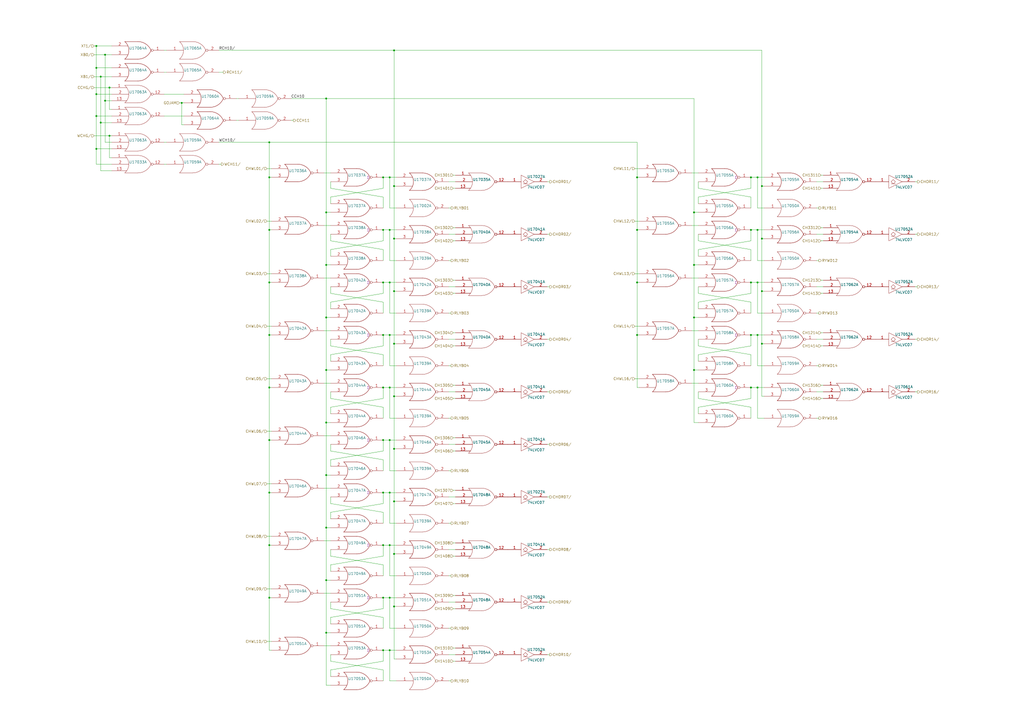
<source format=kicad_sch>
(kicad_sch (version 20211123) (generator eeschema)
  (paper "A2")
  (junction (at 222.25 377.19))
  (junction (at 226.06 102.87))
  (junction (at 228.6 138.43))
  (junction (at 226.06 346.71))
  (junction (at 439.42 163.83))
  (junction (at 63.5 50.8))
  (junction (at 189.23 153.67))
  (junction (at 105.41 59.69))
  (junction (at 369.57 163.83))
  (junction (at 435.61 194.31))
  (junction (at 189.23 123.19))
  (junction (at 156.21 163.83))
  (junction (at 228.6 107.95))
  (junction (at 156.21 316.23))
  (junction (at 369.57 102.87))
  (junction (at 226.06 285.75))
  (junction (at 156.21 194.31))
  (junction (at 228.6 229.87))
  (junction (at 435.61 102.87))
  (junction (at 441.96 138.43))
  (junction (at 189.23 336.55))
  (junction (at 156.21 346.71))
  (junction (at 222.25 102.87))
  (junction (at 189.23 184.15))
  (junction (at 402.59 184.15))
  (junction (at 58.42 44.45))
  (junction (at 439.42 194.31))
  (junction (at 441.96 107.95))
  (junction (at 63.5 78.74))
  (junction (at 226.06 163.83))
  (junction (at 435.61 133.35))
  (junction (at 222.25 255.27))
  (junction (at 228.6 29.21))
  (junction (at 226.06 133.35))
  (junction (at 226.06 377.19))
  (junction (at 228.6 351.79))
  (junction (at 226.06 194.31))
  (junction (at 55.88 39.37))
  (junction (at 402.59 214.63))
  (junction (at 369.57 133.35))
  (junction (at 435.61 163.83))
  (junction (at 439.42 133.35))
  (junction (at 222.25 163.83))
  (junction (at 439.42 224.79))
  (junction (at 222.25 285.75))
  (junction (at 55.88 67.31))
  (junction (at 156.21 102.87))
  (junction (at 60.96 58.42))
  (junction (at 156.21 82.55))
  (junction (at 189.23 245.11))
  (junction (at 222.25 194.31))
  (junction (at 189.23 57.15))
  (junction (at 156.21 255.27))
  (junction (at 402.59 153.67))
  (junction (at 189.23 214.63))
  (junction (at 435.61 224.79))
  (junction (at 222.25 224.79))
  (junction (at 55.88 86.36))
  (junction (at 189.23 306.07))
  (junction (at 156.21 224.79))
  (junction (at 228.6 290.83))
  (junction (at 58.42 71.12))
  (junction (at 226.06 255.27))
  (junction (at 226.06 316.23))
  (junction (at 228.6 260.35))
  (junction (at 55.88 26.67))
  (junction (at 55.88 54.61))
  (junction (at 439.42 102.87))
  (junction (at 189.23 275.59))
  (junction (at 441.96 199.39))
  (junction (at 369.57 194.31))
  (junction (at 441.96 168.91))
  (junction (at 222.25 133.35))
  (junction (at 228.6 321.31))
  (junction (at 189.23 367.03))
  (junction (at 228.6 199.39))
  (junction (at 156.21 285.75))
  (junction (at 402.59 123.19))
  (junction (at 222.25 346.71))
  (junction (at 60.96 31.75))
  (junction (at 222.25 316.23))
  (junction (at 226.06 224.79))
  (junction (at 228.6 168.91))
  (junction (at 156.21 133.35))
  (wire (pts (xy 435.61 139.7) (xy 405.13 144.78)))
  (wire (pts (xy 435.61 194.31) (xy 435.61 200.66)))
  (wire (pts (xy 226.06 377.19) (xy 229.87 377.19)))
  (wire (pts (xy 191.77 170.18) (xy 191.77 166.37)))
  (wire (pts (xy 402.59 245.11) (xy 405.13 245.11)))
  (wire (pts (xy 60.96 31.75) (xy 60.96 58.42)))
  (wire (pts (xy 262.89 261.62) (xy 264.16 261.62)))
  (wire (pts (xy 189.23 57.15) (xy 402.59 57.15)))
  (wire (pts (xy 187.96 222.25) (xy 191.77 222.25)))
  (wire (pts (xy 226.06 273.05) (xy 229.87 273.05)))
  (wire (pts (xy 226.06 133.35) (xy 226.06 151.13)))
  (wire (pts (xy 260.35 151.13) (xy 261.62 151.13)))
  (wire (pts (xy 54.61 31.75) (xy 60.96 31.75)))
  (wire (pts (xy 222.25 266.7) (xy 191.77 261.62)))
  (wire (pts (xy 187.96 130.81) (xy 191.77 130.81)))
  (wire (pts (xy 262.89 162.56) (xy 264.16 162.56)))
  (wire (pts (xy 222.25 175.26) (xy 191.77 170.18)))
  (wire (pts (xy 228.6 351.79) (xy 228.6 382.27)))
  (wire (pts (xy 55.88 67.31) (xy 64.77 67.31)))
  (wire (pts (xy 222.25 181.61) (xy 222.25 175.26)))
  (wire (pts (xy 435.61 114.3) (xy 405.13 109.22)))
  (wire (pts (xy 439.42 120.65) (xy 443.23 120.65)))
  (wire (pts (xy 156.21 224.79) (xy 156.21 255.27)))
  (wire (pts (xy 402.59 184.15) (xy 405.13 184.15)))
  (wire (pts (xy 405.13 109.22) (xy 405.13 105.41)))
  (wire (pts (xy 226.06 224.79) (xy 226.06 242.57)))
  (wire (pts (xy 262.89 223.52) (xy 264.16 223.52)))
  (wire (pts (xy 439.42 224.79) (xy 439.42 242.57)))
  (wire (pts (xy 127 95.25) (xy 128.27 95.25)))
  (wire (pts (xy 228.6 382.27) (xy 229.87 382.27)))
  (wire (pts (xy 189.23 306.07) (xy 189.23 336.55)))
  (wire (pts (xy 369.57 102.87) (xy 369.57 133.35)))
  (wire (pts (xy 260.35 273.05) (xy 261.62 273.05)))
  (wire (pts (xy 476.25 132.08) (xy 477.52 132.08)))
  (wire (pts (xy 168.91 69.85) (xy 170.18 69.85)))
  (wire (pts (xy 222.25 285.75) (xy 226.06 285.75)))
  (wire (pts (xy 226.06 133.35) (xy 229.87 133.35)))
  (wire (pts (xy 189.23 153.67) (xy 191.77 153.67)))
  (wire (pts (xy 226.06 285.75) (xy 226.06 303.53)))
  (wire (pts (xy 154.94 341.63) (xy 157.48 341.63)))
  (wire (pts (xy 439.42 163.83) (xy 443.23 163.83)))
  (wire (pts (xy 191.77 231.14) (xy 191.77 227.33)))
  (wire (pts (xy 226.06 194.31) (xy 226.06 212.09)))
  (wire (pts (xy 105.41 59.69) (xy 106.68 59.69)))
  (wire (pts (xy 55.88 86.36) (xy 55.88 95.25)))
  (wire (pts (xy 226.06 303.53) (xy 229.87 303.53)))
  (wire (pts (xy 222.25 205.74) (xy 191.77 200.66)))
  (wire (pts (xy 222.25 297.18) (xy 191.77 292.1)))
  (wire (pts (xy 226.06 316.23) (xy 229.87 316.23)))
  (wire (pts (xy 222.25 377.19) (xy 222.25 383.54)))
  (wire (pts (xy 189.23 184.15) (xy 189.23 214.63)))
  (wire (pts (xy 369.57 194.31) (xy 369.57 224.79)))
  (wire (pts (xy 55.88 86.36) (xy 64.77 86.36)))
  (wire (pts (xy 260.35 227.33) (xy 264.16 227.33)))
  (wire (pts (xy 435.61 212.09) (xy 435.61 205.74)))
  (wire (pts (xy 226.06 120.65) (xy 229.87 120.65)))
  (wire (pts (xy 368.3 97.79) (xy 370.84 97.79)))
  (wire (pts (xy 435.61 231.14) (xy 405.13 236.22)))
  (wire (pts (xy 435.61 236.22) (xy 405.13 231.14)))
  (wire (pts (xy 222.25 292.1) (xy 191.77 297.18)))
  (wire (pts (xy 222.25 327.66) (xy 191.77 322.58)))
  (wire (pts (xy 402.59 214.63) (xy 405.13 214.63)))
  (wire (pts (xy 317.5 105.41) (xy 318.77 105.41)))
  (wire (pts (xy 222.25 194.31) (xy 226.06 194.31)))
  (wire (pts (xy 441.96 138.43) (xy 441.96 168.91)))
  (wire (pts (xy 106.68 67.31) (xy 95.25 67.31)))
  (wire (pts (xy 435.61 224.79) (xy 439.42 224.79)))
  (wire (pts (xy 54.61 78.74) (xy 63.5 78.74)))
  (wire (pts (xy 222.25 200.66) (xy 191.77 205.74)))
  (wire (pts (xy 191.77 114.3) (xy 191.77 118.11)))
  (wire (pts (xy 226.06 346.71) (xy 226.06 364.49)))
  (wire (pts (xy 435.61 205.74) (xy 405.13 200.66)))
  (wire (pts (xy 156.21 316.23) (xy 156.21 346.71)))
  (wire (pts (xy 154.94 189.23) (xy 157.48 189.23)))
  (wire (pts (xy 260.35 242.57) (xy 261.62 242.57)))
  (wire (pts (xy 443.23 107.95) (xy 441.96 107.95)))
  (wire (pts (xy 189.23 275.59) (xy 191.77 275.59)))
  (wire (pts (xy 439.42 151.13) (xy 443.23 151.13)))
  (wire (pts (xy 262.89 284.48) (xy 264.16 284.48)))
  (wire (pts (xy 58.42 71.12) (xy 58.42 99.06)))
  (wire (pts (xy 439.42 194.31) (xy 443.23 194.31)))
  (wire (pts (xy 473.71 166.37) (xy 477.52 166.37)))
  (wire (pts (xy 228.6 229.87) (xy 229.87 229.87)))
  (wire (pts (xy 401.32 191.77) (xy 405.13 191.77)))
  (wire (pts (xy 369.57 133.35) (xy 369.57 163.83)))
  (wire (pts (xy 189.23 123.19) (xy 189.23 153.67)))
  (wire (pts (xy 435.61 224.79) (xy 435.61 231.14)))
  (wire (pts (xy 226.06 346.71) (xy 229.87 346.71)))
  (wire (pts (xy 189.23 153.67) (xy 189.23 184.15)))
  (wire (pts (xy 226.06 151.13) (xy 229.87 151.13)))
  (wire (pts (xy 439.42 163.83) (xy 439.42 181.61)))
  (wire (pts (xy 222.25 144.78) (xy 191.77 139.7)))
  (wire (pts (xy 222.25 151.13) (xy 222.25 144.78)))
  (wire (pts (xy 55.88 39.37) (xy 64.77 39.37)))
  (wire (pts (xy 439.42 133.35) (xy 439.42 151.13)))
  (wire (pts (xy 55.88 54.61) (xy 55.88 67.31)))
  (wire (pts (xy 402.59 214.63) (xy 402.59 245.11)))
  (wire (pts (xy 226.06 394.97) (xy 229.87 394.97)))
  (wire (pts (xy 222.25 273.05) (xy 222.25 266.7)))
  (wire (pts (xy 156.21 255.27) (xy 157.48 255.27)))
  (wire (pts (xy 222.25 163.83) (xy 222.25 170.18)))
  (wire (pts (xy 439.42 102.87) (xy 443.23 102.87)))
  (wire (pts (xy 228.6 168.91) (xy 229.87 168.91)))
  (wire (pts (xy 191.77 322.58) (xy 191.77 318.77)))
  (wire (pts (xy 189.23 123.19) (xy 191.77 123.19)))
  (wire (pts (xy 439.42 133.35) (xy 443.23 133.35)))
  (wire (pts (xy 262.89 101.6) (xy 264.16 101.6)))
  (wire (pts (xy 435.61 200.66) (xy 405.13 205.74)))
  (wire (pts (xy 105.41 59.69) (xy 105.41 72.39)))
  (wire (pts (xy 405.13 139.7) (xy 405.13 135.89)))
  (wire (pts (xy 317.5 227.33) (xy 318.77 227.33)))
  (wire (pts (xy 156.21 255.27) (xy 156.21 285.75)))
  (wire (pts (xy 54.61 44.45) (xy 58.42 44.45)))
  (wire (pts (xy 262.89 322.58) (xy 264.16 322.58)))
  (wire (pts (xy 222.25 261.62) (xy 191.77 266.7)))
  (wire (pts (xy 228.6 260.35) (xy 229.87 260.35)))
  (wire (pts (xy 530.86 166.37) (xy 532.13 166.37)))
  (wire (pts (xy 222.25 316.23) (xy 226.06 316.23)))
  (wire (pts (xy 222.25 224.79) (xy 222.25 231.14)))
  (wire (pts (xy 156.21 346.71) (xy 156.21 377.19)))
  (wire (pts (xy 222.25 334.01) (xy 222.25 327.66)))
  (wire (pts (xy 435.61 163.83) (xy 439.42 163.83)))
  (wire (pts (xy 441.96 168.91) (xy 441.96 199.39)))
  (wire (pts (xy 138.43 69.85) (xy 137.16 69.85)))
  (wire (pts (xy 156.21 82.55) (xy 156.21 102.87)))
  (wire (pts (xy 60.96 58.42) (xy 60.96 82.55)))
  (wire (pts (xy 63.5 50.8) (xy 64.77 50.8)))
  (wire (pts (xy 222.25 316.23) (xy 222.25 322.58)))
  (wire (pts (xy 222.25 353.06) (xy 191.77 358.14)))
  (wire (pts (xy 369.57 102.87) (xy 370.84 102.87)))
  (wire (pts (xy 368.3 158.75) (xy 370.84 158.75)))
  (wire (pts (xy 260.35 105.41) (xy 264.16 105.41)))
  (wire (pts (xy 191.77 144.78) (xy 191.77 148.59)))
  (wire (pts (xy 222.25 212.09) (xy 222.25 205.74)))
  (wire (pts (xy 260.35 166.37) (xy 264.16 166.37)))
  (wire (pts (xy 228.6 290.83) (xy 229.87 290.83)))
  (wire (pts (xy 156.21 224.79) (xy 157.48 224.79)))
  (wire (pts (xy 260.35 196.85) (xy 264.16 196.85)))
  (wire (pts (xy 222.25 114.3) (xy 191.77 109.22)))
  (wire (pts (xy 154.94 219.71) (xy 157.48 219.71)))
  (wire (pts (xy 228.6 229.87) (xy 228.6 260.35)))
  (wire (pts (xy 317.5 166.37) (xy 318.77 166.37)))
  (wire (pts (xy 530.86 227.33) (xy 532.13 227.33)))
  (wire (pts (xy 137.16 57.15) (xy 138.43 57.15)))
  (wire (pts (xy 191.77 297.18) (xy 191.77 300.99)))
  (wire (pts (xy 228.6 107.95) (xy 228.6 138.43)))
  (wire (pts (xy 156.21 82.55) (xy 369.57 82.55)))
  (wire (pts (xy 191.77 353.06) (xy 191.77 349.25)))
  (wire (pts (xy 191.77 388.62) (xy 191.77 392.43)))
  (wire (pts (xy 222.25 133.35) (xy 222.25 139.7)))
  (wire (pts (xy 229.87 107.95) (xy 228.6 107.95)))
  (wire (pts (xy 476.25 109.22) (xy 477.52 109.22)))
  (wire (pts (xy 476.25 162.56) (xy 477.52 162.56)))
  (wire (pts (xy 476.25 223.52) (xy 477.52 223.52)))
  (wire (pts (xy 262.89 132.08) (xy 264.16 132.08)))
  (wire (pts (xy 222.25 322.58) (xy 191.77 327.66)))
  (wire (pts (xy 441.96 199.39) (xy 443.23 199.39)))
  (wire (pts (xy 191.77 200.66) (xy 191.77 196.85)))
  (wire (pts (xy 435.61 194.31) (xy 439.42 194.31)))
  (wire (pts (xy 222.25 394.97) (xy 222.25 388.62)))
  (wire (pts (xy 473.71 242.57) (xy 474.98 242.57)))
  (wire (pts (xy 226.06 224.79) (xy 229.87 224.79)))
  (wire (pts (xy 476.25 170.18) (xy 477.52 170.18)))
  (wire (pts (xy 105.41 72.39) (xy 106.68 72.39)))
  (wire (pts (xy 222.25 303.53) (xy 222.25 297.18)))
  (wire (pts (xy 154.94 158.75) (xy 157.48 158.75)))
  (wire (pts (xy 55.88 67.31) (xy 55.88 86.36)))
  (wire (pts (xy 260.35 394.97) (xy 261.62 394.97)))
  (wire (pts (xy 260.35 288.29) (xy 264.16 288.29)))
  (wire (pts (xy 260.35 318.77) (xy 264.16 318.77)))
  (wire (pts (xy 473.71 120.65) (xy 474.98 120.65)))
  (wire (pts (xy 473.71 105.41) (xy 477.52 105.41)))
  (wire (pts (xy 189.23 57.15) (xy 189.23 123.19)))
  (wire (pts (xy 439.42 242.57) (xy 443.23 242.57)))
  (wire (pts (xy 402.59 57.15) (xy 402.59 123.19)))
  (wire (pts (xy 262.89 254) (xy 264.16 254)))
  (wire (pts (xy 228.6 321.31) (xy 228.6 351.79)))
  (wire (pts (xy 317.5 349.25) (xy 318.77 349.25)))
  (wire (pts (xy 441.96 29.21) (xy 441.96 107.95)))
  (wire (pts (xy 401.32 161.29) (xy 405.13 161.29)))
  (wire (pts (xy 369.57 133.35) (xy 370.84 133.35)))
  (wire (pts (xy 262.89 109.22) (xy 264.16 109.22)))
  (wire (pts (xy 435.61 242.57) (xy 435.61 236.22)))
  (wire (pts (xy 473.71 196.85) (xy 477.52 196.85)))
  (wire (pts (xy 189.23 214.63) (xy 189.23 245.11)))
  (wire (pts (xy 228.6 351.79) (xy 229.87 351.79)))
  (wire (pts (xy 435.61 120.65) (xy 435.61 114.3)))
  (wire (pts (xy 95.25 41.91) (xy 96.52 41.91)))
  (wire (pts (xy 187.96 252.73) (xy 191.77 252.73)))
  (wire (pts (xy 441.96 229.87) (xy 443.23 229.87)))
  (wire (pts (xy 439.42 181.61) (xy 443.23 181.61)))
  (wire (pts (xy 226.06 163.83) (xy 229.87 163.83)))
  (wire (pts (xy 530.86 135.89) (xy 532.13 135.89)))
  (wire (pts (xy 95.25 82.55) (xy 96.52 82.55)))
  (wire (pts (xy 228.6 138.43) (xy 229.87 138.43)))
  (wire (pts (xy 405.13 144.78) (xy 405.13 148.59)))
  (wire (pts (xy 60.96 31.75) (xy 64.77 31.75)))
  (wire (pts (xy 435.61 151.13) (xy 435.61 144.78)))
  (wire (pts (xy 187.96 191.77) (xy 191.77 191.77)))
  (wire (pts (xy 156.21 163.83) (xy 157.48 163.83)))
  (wire (pts (xy 222.25 194.31) (xy 222.25 200.66)))
  (wire (pts (xy 189.23 245.11) (xy 191.77 245.11)))
  (wire (pts (xy 156.21 194.31) (xy 157.48 194.31)))
  (wire (pts (xy 191.77 292.1) (xy 191.77 288.29)))
  (wire (pts (xy 476.25 193.04) (xy 477.52 193.04)))
  (wire (pts (xy 187.96 344.17) (xy 191.77 344.17)))
  (wire (pts (xy 154.94 97.79) (xy 157.48 97.79)))
  (wire (pts (xy 226.06 212.09) (xy 229.87 212.09)))
  (wire (pts (xy 222.25 102.87) (xy 226.06 102.87)))
  (wire (pts (xy 405.13 236.22) (xy 405.13 240.03)))
  (wire (pts (xy 60.96 58.42) (xy 64.77 58.42)))
  (wire (pts (xy 262.89 375.92) (xy 264.16 375.92)))
  (wire (pts (xy 226.06 181.61) (xy 229.87 181.61)))
  (wire (pts (xy 226.06 364.49) (xy 229.87 364.49)))
  (wire (pts (xy 55.88 26.67) (xy 64.77 26.67)))
  (wire (pts (xy 435.61 170.18) (xy 405.13 175.26)))
  (wire (pts (xy 154.94 311.15) (xy 157.48 311.15)))
  (wire (pts (xy 95.25 54.61) (xy 106.68 54.61)))
  (wire (pts (xy 405.13 200.66) (xy 405.13 196.85)))
  (wire (pts (xy 260.35 303.53) (xy 261.62 303.53)))
  (wire (pts (xy 55.88 26.67) (xy 55.88 39.37)))
  (wire (pts (xy 154.94 250.19) (xy 157.48 250.19)))
  (wire (pts (xy 222.25 102.87) (xy 222.25 109.22)))
  (wire (pts (xy 54.61 50.8) (xy 63.5 50.8)))
  (wire (pts (xy 222.25 133.35) (xy 226.06 133.35)))
  (wire (pts (xy 58.42 44.45) (xy 58.42 71.12)))
  (wire (pts (xy 191.77 383.54) (xy 191.77 379.73)))
  (wire (pts (xy 262.89 170.18) (xy 264.16 170.18)))
  (wire (pts (xy 127 82.55) (xy 156.21 82.55)))
  (wire (pts (xy 154.94 128.27) (xy 157.48 128.27)))
  (wire (pts (xy 260.35 379.73) (xy 264.16 379.73)))
  (wire (pts (xy 63.5 78.74) (xy 64.77 78.74)))
  (wire (pts (xy 156.21 285.75) (xy 156.21 316.23)))
  (wire (pts (xy 127 41.91) (xy 129.54 41.91)))
  (wire (pts (xy 154.94 280.67) (xy 157.48 280.67)))
  (wire (pts (xy 156.21 377.19) (xy 157.48 377.19)))
  (wire (pts (xy 226.06 242.57) (xy 229.87 242.57)))
  (wire (pts (xy 228.6 138.43) (xy 228.6 168.91)))
  (wire (pts (xy 226.06 255.27) (xy 229.87 255.27)))
  (wire (pts (xy 156.21 163.83) (xy 156.21 194.31)))
  (wire (pts (xy 476.25 139.7) (xy 477.52 139.7)))
  (wire (pts (xy 368.3 219.71) (xy 370.84 219.71)))
  (wire (pts (xy 405.13 205.74) (xy 405.13 209.55)))
  (wire (pts (xy 405.13 231.14) (xy 405.13 227.33)))
  (wire (pts (xy 260.35 135.89) (xy 264.16 135.89)))
  (wire (pts (xy 168.91 57.15) (xy 189.23 57.15)))
  (wire (pts (xy 228.6 199.39) (xy 229.87 199.39)))
  (wire (pts (xy 402.59 184.15) (xy 402.59 214.63)))
  (wire (pts (xy 260.35 120.65) (xy 261.62 120.65)))
  (wire (pts (xy 228.6 199.39) (xy 228.6 229.87)))
  (wire (pts (xy 262.89 139.7) (xy 264.16 139.7)))
  (wire (pts (xy 189.23 367.03) (xy 191.77 367.03)))
  (wire (pts (xy 58.42 44.45) (xy 64.77 44.45)))
  (wire (pts (xy 189.23 306.07) (xy 191.77 306.07)))
  (wire (pts (xy 228.6 321.31) (xy 229.87 321.31)))
  (wire (pts (xy 262.89 231.14) (xy 264.16 231.14)))
  (wire (pts (xy 187.96 313.69) (xy 191.77 313.69)))
  (wire (pts (xy 441.96 107.95) (xy 441.96 138.43)))
  (wire (pts (xy 260.35 181.61) (xy 261.62 181.61)))
  (wire (pts (xy 191.77 205.74) (xy 191.77 209.55)))
  (wire (pts (xy 317.5 257.81) (xy 318.77 257.81)))
  (wire (pts (xy 226.06 102.87) (xy 229.87 102.87)))
  (wire (pts (xy 156.21 133.35) (xy 156.21 163.83)))
  (wire (pts (xy 226.06 194.31) (xy 229.87 194.31)))
  (wire (pts (xy 435.61 163.83) (xy 435.61 170.18)))
  (wire (pts (xy 402.59 123.19) (xy 405.13 123.19)))
  (wire (pts (xy 222.25 163.83) (xy 226.06 163.83)))
  (wire (pts (xy 260.35 349.25) (xy 264.16 349.25)))
  (wire (pts (xy 439.42 212.09) (xy 443.23 212.09)))
  (wire (pts (xy 58.42 71.12) (xy 64.77 71.12)))
  (wire (pts (xy 441.96 168.91) (xy 443.23 168.91)))
  (wire (pts (xy 156.21 102.87) (xy 156.21 133.35)))
  (wire (pts (xy 435.61 102.87) (xy 435.61 109.22)))
  (wire (pts (xy 368.3 189.23) (xy 370.84 189.23)))
  (wire (pts (xy 58.42 99.06) (xy 64.77 99.06)))
  (wire (pts (xy 222.25 358.14) (xy 191.77 353.06)))
  (wire (pts (xy 401.32 222.25) (xy 405.13 222.25)))
  (wire (pts (xy 435.61 133.35) (xy 439.42 133.35)))
  (wire (pts (xy 222.25 236.22) (xy 191.77 231.14)))
  (wire (pts (xy 473.71 151.13) (xy 474.98 151.13)))
  (wire (pts (xy 63.5 50.8) (xy 63.5 63.5)))
  (wire (pts (xy 191.77 175.26) (xy 191.77 179.07)))
  (wire (pts (xy 222.25 255.27) (xy 226.06 255.27)))
  (wire (pts (xy 441.96 138.43) (xy 443.23 138.43)))
  (wire (pts (xy 189.23 245.11) (xy 189.23 275.59)))
  (wire (pts (xy 435.61 133.35) (xy 435.61 139.7)))
  (wire (pts (xy 228.6 290.83) (xy 228.6 321.31)))
  (wire (pts (xy 369.57 163.83) (xy 370.84 163.83)))
  (wire (pts (xy 369.57 194.31) (xy 370.84 194.31)))
  (wire (pts (xy 222.25 364.49) (xy 222.25 358.14)))
  (wire (pts (xy 402.59 153.67) (xy 402.59 184.15)))
  (wire (pts (xy 189.23 397.51) (xy 191.77 397.51)))
  (wire (pts (xy 187.96 100.33) (xy 191.77 100.33)))
  (wire (pts (xy 228.6 29.21) (xy 441.96 29.21)))
  (wire (pts (xy 156.21 285.75) (xy 157.48 285.75)))
  (wire (pts (xy 228.6 260.35) (xy 228.6 290.83)))
  (wire (pts (xy 189.23 184.15) (xy 191.77 184.15)))
  (wire (pts (xy 260.35 257.81) (xy 264.16 257.81)))
  (wire (pts (xy 262.89 200.66) (xy 264.16 200.66)))
  (wire (pts (xy 156.21 102.87) (xy 157.48 102.87)))
  (wire (pts (xy 439.42 224.79) (xy 443.23 224.79)))
  (wire (pts (xy 222.25 139.7) (xy 191.77 144.78)))
  (wire (pts (xy 476.25 200.66) (xy 477.52 200.66)))
  (wire (pts (xy 222.25 383.54) (xy 191.77 388.62)))
  (wire (pts (xy 187.96 283.21) (xy 191.77 283.21)))
  (wire (pts (xy 60.96 82.55) (xy 64.77 82.55)))
  (wire (pts (xy 317.5 135.89) (xy 318.77 135.89)))
  (wire (pts (xy 95.25 95.25) (xy 96.52 95.25)))
  (wire (pts (xy 222.25 109.22) (xy 191.77 114.3)))
  (wire (pts (xy 435.61 175.26) (xy 405.13 170.18)))
  (wire (pts (xy 189.23 214.63) (xy 191.77 214.63)))
  (wire (pts (xy 368.3 128.27) (xy 370.84 128.27)))
  (wire (pts (xy 405.13 170.18) (xy 405.13 166.37)))
  (wire (pts (xy 435.61 102.87) (xy 439.42 102.87)))
  (wire (pts (xy 262.89 345.44) (xy 264.16 345.44)))
  (wire (pts (xy 189.23 275.59) (xy 189.23 306.07)))
  (wire (pts (xy 262.89 314.96) (xy 264.16 314.96)))
  (wire (pts (xy 260.35 364.49) (xy 261.62 364.49)))
  (wire (pts (xy 222.25 255.27) (xy 222.25 261.62)))
  (wire (pts (xy 228.6 29.21) (xy 228.6 107.95)))
  (wire (pts (xy 55.88 95.25) (xy 64.77 95.25)))
  (wire (pts (xy 191.77 358.14) (xy 191.77 361.95)))
  (wire (pts (xy 156.21 346.71) (xy 157.48 346.71)))
  (wire (pts (xy 154.94 372.11) (xy 157.48 372.11)))
  (wire (pts (xy 222.25 377.19) (xy 226.06 377.19)))
  (wire (pts (xy 317.5 196.85) (xy 318.77 196.85)))
  (wire (pts (xy 222.25 346.71) (xy 226.06 346.71)))
  (wire (pts (xy 222.25 231.14) (xy 191.77 236.22)))
  (wire (pts (xy 222.25 224.79) (xy 226.06 224.79)))
  (wire (pts (xy 228.6 168.91) (xy 228.6 199.39)))
  (wire (pts (xy 369.57 82.55) (xy 369.57 102.87)))
  (wire (pts (xy 260.35 212.09) (xy 261.62 212.09)))
  (wire (pts (xy 191.77 261.62) (xy 191.77 257.81)))
  (wire (pts (xy 63.5 63.5) (xy 64.77 63.5)))
  (wire (pts (xy 369.57 163.83) (xy 369.57 194.31)))
  (wire (pts (xy 95.25 29.21) (xy 96.52 29.21)))
  (wire (pts (xy 63.5 91.44) (xy 64.77 91.44)))
  (wire (pts (xy 226.06 285.75) (xy 229.87 285.75)))
  (wire (pts (xy 127 29.21) (xy 228.6 29.21)))
  (wire (pts (xy 530.86 196.85) (xy 532.13 196.85)))
  (wire (pts (xy 226.06 377.19) (xy 226.06 394.97)))
  (wire (pts (xy 156.21 194.31) (xy 156.21 224.79)))
  (wire (pts (xy 189.23 336.55) (xy 191.77 336.55)))
  (wire (pts (xy 226.06 316.23) (xy 226.06 334.01)))
  (wire (pts (xy 530.86 105.41) (xy 532.13 105.41)))
  (wire (pts (xy 63.5 78.74) (xy 63.5 91.44)))
  (wire (pts (xy 191.77 266.7) (xy 191.77 270.51)))
  (wire (pts (xy 401.32 130.81) (xy 405.13 130.81)))
  (wire (pts (xy 476.25 231.14) (xy 477.52 231.14)))
  (wire (pts (xy 262.89 193.04) (xy 264.16 193.04)))
  (wire (pts (xy 226.06 163.83) (xy 226.06 181.61)))
  (wire (pts (xy 401.32 100.33) (xy 405.13 100.33)))
  (wire (pts (xy 402.59 123.19) (xy 402.59 153.67)))
  (wire (pts (xy 439.42 102.87) (xy 439.42 120.65)))
  (wire (pts (xy 189.23 367.03) (xy 189.23 397.51)))
  (wire (pts (xy 191.77 139.7) (xy 191.77 135.89)))
  (wire (pts (xy 222.25 346.71) (xy 222.25 353.06)))
  (wire (pts (xy 262.89 383.54) (xy 264.16 383.54)))
  (wire (pts (xy 226.06 255.27) (xy 226.06 273.05)))
  (wire (pts (xy 473.71 227.33) (xy 477.52 227.33)))
  (wire (pts (xy 55.88 39.37) (xy 55.88 54.61)))
  (wire (pts (xy 473.71 212.09) (xy 474.98 212.09)))
  (wire (pts (xy 226.06 334.01) (xy 229.87 334.01)))
  (wire (pts (xy 156.21 316.23) (xy 157.48 316.23)))
  (wire (pts (xy 222.25 285.75) (xy 222.25 292.1)))
  (wire (pts (xy 222.25 388.62) (xy 191.77 383.54)))
  (wire (pts (xy 222.25 170.18) (xy 191.77 175.26)))
  (wire (pts (xy 402.59 153.67) (xy 405.13 153.67)))
  (wire (pts (xy 262.89 353.06) (xy 264.16 353.06)))
  (wire (pts (xy 405.13 175.26) (xy 405.13 179.07)))
  (wire (pts (xy 441.96 199.39) (xy 441.96 229.87)))
  (wire (pts (xy 262.89 292.1) (xy 264.16 292.1)))
  (wire (pts (xy 222.25 120.65) (xy 222.25 114.3)))
  (wire (pts (xy 226.06 102.87) (xy 226.06 120.65)))
  (wire (pts (xy 222.25 242.57) (xy 222.25 236.22)))
  (wire (pts (xy 54.61 26.67) (xy 55.88 26.67)))
  (wire (pts (xy 317.5 318.77) (xy 318.77 318.77)))
  (wire (pts (xy 191.77 109.22) (xy 191.77 105.41)))
  (wire (pts (xy 104.14 59.69) (xy 105.41 59.69)))
  (wire (pts (xy 435.61 181.61) (xy 435.61 175.26)))
  (wire (pts (xy 405.13 114.3) (xy 405.13 118.11)))
  (wire (pts (xy 369.57 224.79) (xy 370.84 224.79)))
  (wire (pts (xy 156.21 133.35) (xy 157.48 133.35)))
  (wire (pts (xy 435.61 144.78) (xy 405.13 139.7)))
  (wire (pts (xy 187.96 374.65) (xy 191.77 374.65)))
  (wire (pts (xy 191.77 327.66) (xy 191.77 331.47)))
  (wire (pts (xy 189.23 336.55) (xy 189.23 367.03)))
  (wire (pts (xy 187.96 161.29) (xy 191.77 161.29)))
  (wire (pts (xy 473.71 135.89) (xy 477.52 135.89)))
  (wire (pts (xy 435.61 109.22) (xy 405.13 114.3)))
  (wire (pts (xy 317.5 288.29) (xy 318.77 288.29)))
  (wire (pts (xy 439.42 194.31) (xy 439.42 212.09)))
  (wire (pts (xy 476.25 101.6) (xy 477.52 101.6)))
  (wire (pts (xy 317.5 379.73) (xy 318.77 379.73)))
  (wire (pts (xy 191.77 236.22) (xy 191.77 240.03)))
  (wire (pts (xy 260.35 334.01) (xy 261.62 334.01)))
  (wire (pts (xy 64.77 54.61) (xy 55.88 54.61)))
  (wire (pts (xy 473.71 181.61) (xy 474.98 181.61)))
  (label "RCH10/" (at 127 29.21 0) (effects (font (size 1.524 1.524))))
  (label "CCH10" (at 168.91 57.15 0) (effects (font (size 1.524 1.524))))
  (label "WCH10/" (at 127 82.55 0) (effects (font (size 1.524 1.524))))
  (hierarchical_label "CH1412" (shape input) (at 476.25 139.7 180) (effects (font (size 1.524 1.524))))
  (hierarchical_label "RLYB06" (shape output) (at 261.62 273.05 0) (effects (font (size 1.524 1.524))))
  (hierarchical_label "CH1410" (shape input) (at 262.89 383.54 180) (effects (font (size 1.524 1.524))))
  (hierarchical_label "CHWL14/" (shape input) (at 368.3 189.23 180) (effects (font (size 1.524 1.524))))
  (hierarchical_label "CHWL01/" (shape input) (at 154.94 97.79 180) (effects (font (size 1.524 1.524))))
  (hierarchical_label "CHOR10/" (shape output) (at 318.77 379.73 0) (effects (font (size 1.524 1.524))))
  (hierarchical_label "CHOR09/" (shape output) (at 318.77 349.25 0) (effects (font (size 1.524 1.524))))
  (hierarchical_label "RLYB04" (shape output) (at 261.62 212.09 0) (effects (font (size 1.524 1.524))))
  (hierarchical_label "RLYB03" (shape output) (at 261.62 181.61 0) (effects (font (size 1.524 1.524))))
  (hierarchical_label "CHOR01/" (shape output) (at 318.77 105.41 0) (effects (font (size 1.524 1.524))))
  (hierarchical_label "CH1407" (shape input) (at 262.89 292.1 180) (effects (font (size 1.524 1.524))))
  (hierarchical_label "CH3312" (shape input) (at 476.25 132.08 180) (effects (font (size 1.524 1.524))))
  (hierarchical_label "RLYB02" (shape output) (at 261.62 151.13 0) (effects (font (size 1.524 1.524))))
  (hierarchical_label "CHOR12/" (shape output) (at 532.13 135.89 0) (effects (font (size 1.524 1.524))))
  (hierarchical_label "CH1411" (shape input) (at 476.25 109.22 180) (effects (font (size 1.524 1.524))))
  (hierarchical_label "CHWL03/" (shape input) (at 154.94 158.75 180) (effects (font (size 1.524 1.524))))
  (hierarchical_label "CH1302" (shape input) (at 262.89 132.08 180) (effects (font (size 1.524 1.524))))
  (hierarchical_label "RLYB08" (shape output) (at 261.62 334.01 0) (effects (font (size 1.524 1.524))))
  (hierarchical_label "CH1301" (shape input) (at 262.89 101.6 180) (effects (font (size 1.524 1.524))))
  (hierarchical_label "CH1214" (shape input) (at 476.25 193.04 180) (effects (font (size 1.524 1.524))))
  (hierarchical_label "CHOR05/" (shape output) (at 318.77 227.33 0) (effects (font (size 1.524 1.524))))
  (hierarchical_label "CHWL09/" (shape input) (at 154.94 341.63 180) (effects (font (size 1.524 1.524))))
  (hierarchical_label "CHWL06/" (shape input) (at 154.94 250.19 180) (effects (font (size 1.524 1.524))))
  (hierarchical_label "CH1306" (shape input) (at 262.89 254 180) (effects (font (size 1.524 1.524))))
  (hierarchical_label "XB0/" (shape input) (at 54.61 31.75 180) (effects (font (size 1.524 1.524))))
  (hierarchical_label "CHOR04/" (shape output) (at 318.77 196.85 0) (effects (font (size 1.524 1.524))))
  (hierarchical_label "CHOR02/" (shape output) (at 318.77 135.89 0) (effects (font (size 1.524 1.524))))
  (hierarchical_label "CHOR11/" (shape output) (at 532.13 105.41 0) (effects (font (size 1.524 1.524))))
  (hierarchical_label "CH1403" (shape input) (at 262.89 170.18 180) (effects (font (size 1.524 1.524))))
  (hierarchical_label "CHWL02/" (shape input) (at 154.94 128.27 180) (effects (font (size 1.524 1.524))))
  (hierarchical_label "CH1414" (shape input) (at 476.25 200.66 180) (effects (font (size 1.524 1.524))))
  (hierarchical_label "CH1310" (shape input) (at 262.89 375.92 180) (effects (font (size 1.524 1.524))))
  (hierarchical_label "RLYB09" (shape output) (at 261.62 364.49 0) (effects (font (size 1.524 1.524))))
  (hierarchical_label "CHWL11/" (shape input) (at 368.3 97.79 180) (effects (font (size 1.524 1.524))))
  (hierarchical_label "CCHG/" (shape input) (at 54.61 50.8 180) (effects (font (size 1.524 1.524))))
  (hierarchical_label "CH1416" (shape input) (at 476.25 231.14 180) (effects (font (size 1.524 1.524))))
  (hierarchical_label "XB1/" (shape input) (at 54.61 44.45 180) (effects (font (size 1.524 1.524))))
  (hierarchical_label "CH1409" (shape input) (at 262.89 353.06 180) (effects (font (size 1.524 1.524))))
  (hierarchical_label "CH1405" (shape input) (at 262.89 231.14 180) (effects (font (size 1.524 1.524))))
  (hierarchical_label "CHOR03/" (shape output) (at 318.77 166.37 0) (effects (font (size 1.524 1.524))))
  (hierarchical_label "CHWL16/" (shape input) (at 368.3 219.71 180) (effects (font (size 1.524 1.524))))
  (hierarchical_label "CH1408" (shape input) (at 262.89 322.58 180) (effects (font (size 1.524 1.524))))
  (hierarchical_label "RYWD16" (shape output) (at 474.98 242.57 0) (effects (font (size 1.524 1.524))))
  (hierarchical_label "CHWL07/" (shape input) (at 154.94 280.67 180) (effects (font (size 1.524 1.524))))
  (hierarchical_label "RYWD12" (shape output) (at 474.98 151.13 0) (effects (font (size 1.524 1.524))))
  (hierarchical_label "RCH11/" (shape output) (at 129.54 41.91 0) (effects (font (size 1.524 1.524))))
  (hierarchical_label "WCHG/" (shape input) (at 54.61 78.74 180) (effects (font (size 1.524 1.524))))
  (hierarchical_label "CH1401" (shape input) (at 262.89 109.22 180) (effects (font (size 1.524 1.524))))
  (hierarchical_label "CH1304" (shape input) (at 262.89 193.04 180) (effects (font (size 1.524 1.524))))
  (hierarchical_label "CHOR14/" (shape output) (at 532.13 196.85 0) (effects (font (size 1.524 1.524))))
  (hierarchical_label "CHWL13/" (shape input) (at 368.3 158.75 180) (effects (font (size 1.524 1.524))))
  (hierarchical_label "CHOR07/" (shape output) (at 318.77 288.29 0) (effects (font (size 1.524 1.524))))
  (hierarchical_label "WCH11/" (shape output) (at 128.27 95.25 0) (effects (font (size 1.524 1.524))))
  (hierarchical_label "CH1309" (shape input) (at 262.89 345.44 180) (effects (font (size 1.524 1.524))))
  (hierarchical_label "CH1406" (shape input) (at 262.89 261.62 180) (effects (font (size 1.524 1.524))))
  (hierarchical_label "XT1/" (shape input) (at 54.61 26.67 180) (effects (font (size 1.524 1.524))))
  (hierarchical_label "RYWD14" (shape output) (at 474.98 212.09 0) (effects (font (size 1.524 1.524))))
  (hierarchical_label "GOJAM" (shape input) (at 104.14 59.69 180) (effects (font (size 1.524 1.524))))
  (hierarchical_label "RLYB07" (shape output) (at 261.62 303.53 0) (effects (font (size 1.524 1.524))))
  (hierarchical_label "RLYB10" (shape output) (at 261.62 394.97 0) (effects (font (size 1.524 1.524))))
  (hierarchical_label "CHOR08/" (shape output) (at 318.77 318.77 0) (effects (font (size 1.524 1.524))))
  (hierarchical_label "CCH11" (shape output) (at 170.18 69.85 0) (effects (font (size 1.524 1.524))))
  (hierarchical_label "CH1404" (shape input) (at 262.89 200.66 180) (effects (font (size 1.524 1.524))))
  (hierarchical_label "RYWD13" (shape output) (at 474.98 181.61 0) (effects (font (size 1.524 1.524))))
  (hierarchical_label "CH1311" (shape input) (at 476.25 101.6 180) (effects (font (size 1.524 1.524))))
  (hierarchical_label "CHOR06/" (shape output) (at 318.77 257.81 0) (effects (font (size 1.524 1.524))))
  (hierarchical_label "CHOR13/" (shape output) (at 532.13 166.37 0) (effects (font (size 1.524 1.524))))
  (hierarchical_label "CH1402" (shape input) (at 262.89 139.7 180) (effects (font (size 1.524 1.524))))
  (hierarchical_label "CH1213" (shape input) (at 476.25 162.56 180) (effects (font (size 1.524 1.524))))
  (hierarchical_label "RLYB11" (shape output) (at 474.98 120.65 0) (effects (font (size 1.524 1.524))))
  (hierarchical_label "CHWL08/" (shape input) (at 154.94 311.15 180) (effects (font (size 1.524 1.524))))
  (hierarchical_label "RLYB05" (shape output) (at 261.62 242.57 0) (effects (font (size 1.524 1.524))))
  (hierarchical_label "CH1413" (shape input) (at 476.25 170.18 180) (effects (font (size 1.524 1.524))))
  (hierarchical_label "CH1308" (shape input) (at 262.89 314.96 180) (effects (font (size 1.524 1.524))))
  (hierarchical_label "CHWL12/" (shape input) (at 368.3 128.27 180) (effects (font (size 1.524 1.524))))
  (hierarchical_label "CHWL10/" (shape input) (at 154.94 372.11 180) (effects (font (size 1.524 1.524))))
  (hierarchical_label "CH1305" (shape input) (at 262.89 223.52 180) (effects (font (size 1.524 1.524))))
  (hierarchical_label "CH1316" (shape input) (at 476.25 223.52 180) (effects (font (size 1.524 1.524))))
  (hierarchical_label "CH1307" (shape input) (at 262.89 284.48 180) (effects (font (size 1.524 1.524))))
  (hierarchical_label "CHWL04/" (shape input) (at 154.94 189.23 180) (effects (font (size 1.524 1.524))))
  (hierarchical_label "CHOR16/" (shape output) (at 532.13 227.33 0) (effects (font (size 1.524 1.524))))
  (hierarchical_label "CH1303" (shape input) (at 262.89 162.56 180) (effects (font (size 1.524 1.524))))
  (hierarchical_label "RLYB01" (shape output) (at 261.62 120.65 0) (effects (font (size 1.524 1.524))))
  (hierarchical_label "CHWL05/" (shape input) (at 154.94 219.71 180) (effects (font (size 1.524 1.524))))
  (symbol (lib_id "agc_kicad_components:74HC02") (at 172.72 100.33 0)
    (property "Reference" "U17036" (at 172.72 99.06 0) (effects (font (size 1.524 1.524))))
    (property "Value" "74HC02" (effects hide))
  )
  (symbol (lib_id "agc_kicad_components:74HC02") (at 207.01 102.87 0)
    (property "Reference" "U17037" (at 207.01 101.6 0) (effects (font (size 1.524 1.524))))
    (property "Value" "74HC02" (effects hide))
    (property "Initial" "1" (at 213.36 102.87 0) (effects (font (size 1.524 1.524) italic)))
  )
  (symbol (lib_id "agc_kicad_components:74HC02") (at 207.01 120.65 0)
    (property "Reference" "U17037" (at 207.01 119.38 0) (effects (font (size 1.524 1.524))))
    (property "Value" "74HC02" (effects hide))
  )
  (symbol (lib_id "agc_kicad_components:74HC02") (at 245.11 105.41 0)
    (property "Reference" "U17037" (at 245.11 104.14 0) (effects (font (size 1.524 1.524))))
    (property "Value" "74HC02" (effects hide))
  )
  (symbol (lib_id "agc_kicad_components:74HC04") (at 245.11 120.65 0)
    (property "Reference" "U17002" (at 245.11 119.38 0) (effects (font (size 1.524 1.524))))
    (property "Value" "74HC04" (effects hide))
  )
  (symbol (lib_id "agc_kicad_components:74HC27") (at 279.4 105.41 0)
    (property "Reference" "U17035" (at 279.4 104.14 0) (effects (font (size 1.524 1.524))))
    (property "Value" "74HC27" (effects hide))
  )
  (symbol (lib_id "agc_kicad_components:74LVC07") (at 306.07 105.41 0)
    (property "Reference" "U17027" (at 311.023 102.489 0) (effects (font (size 1.524 1.524))))
    (property "Value" "74LVC07" (at 310.896 108.585 0) (effects (font (size 1.524 1.524))))
  )
  (symbol (lib_id "agc_kicad_components:74HC02") (at 172.72 130.81 0)
    (property "Reference" "U17037" (at 172.72 129.54 0) (effects (font (size 1.524 1.524))))
    (property "Value" "74HC02" (effects hide))
  )
  (symbol (lib_id "agc_kicad_components:74HC02") (at 207.01 133.35 0)
    (property "Reference" "U17038" (at 207.01 132.08 0) (effects (font (size 1.524 1.524))))
    (property "Value" "74HC02" (effects hide))
    (property "Initial" "1" (at 213.36 133.35 0) (effects (font (size 1.524 1.524) italic)))
  )
  (symbol (lib_id "agc_kicad_components:74HC02") (at 207.01 151.13 0)
    (property "Reference" "U17038" (at 207.01 149.86 0) (effects (font (size 1.524 1.524))))
    (property "Value" "74HC02" (effects hide))
  )
  (symbol (lib_id "agc_kicad_components:74HC02") (at 245.11 135.89 0)
    (property "Reference" "U17038" (at 245.11 134.62 0) (effects (font (size 1.524 1.524))))
    (property "Value" "74HC02" (effects hide))
  )
  (symbol (lib_id "agc_kicad_components:74HC04") (at 245.11 151.13 0)
    (property "Reference" "U17039" (at 245.11 149.86 0) (effects (font (size 1.524 1.524))))
    (property "Value" "74HC04" (effects hide))
  )
  (symbol (lib_id "agc_kicad_components:74HC27") (at 279.4 135.89 0)
    (property "Reference" "U17040" (at 279.4 134.62 0) (effects (font (size 1.524 1.524))))
    (property "Value" "74HC27" (effects hide))
  )
  (symbol (lib_id "agc_kicad_components:74LVC07") (at 306.07 135.89 0)
    (property "Reference" "U17041" (at 311.023 132.969 0) (effects (font (size 1.524 1.524))))
    (property "Value" "74LVC07" (at 310.896 139.065 0) (effects (font (size 1.524 1.524))))
  )
  (symbol (lib_id "agc_kicad_components:74HC02") (at 172.72 161.29 0)
    (property "Reference" "U17038" (at 172.72 160.02 0) (effects (font (size 1.524 1.524))))
    (property "Value" "74HC02" (effects hide))
  )
  (symbol (lib_id "agc_kicad_components:74HC02") (at 207.01 163.83 0)
    (property "Reference" "U17042" (at 207.01 162.56 0) (effects (font (size 1.524 1.524))))
    (property "Value" "74HC02" (effects hide))
    (property "Initial" "1" (at 213.36 163.83 0) (effects (font (size 1.524 1.524) italic)))
  )
  (symbol (lib_id "agc_kicad_components:74HC02") (at 207.01 181.61 0)
    (property "Reference" "U17042" (at 207.01 180.34 0) (effects (font (size 1.524 1.524))))
    (property "Value" "74HC02" (effects hide))
  )
  (symbol (lib_id "agc_kicad_components:74HC02") (at 245.11 166.37 0)
    (property "Reference" "U17042" (at 245.11 165.1 0) (effects (font (size 1.524 1.524))))
    (property "Value" "74HC02" (effects hide))
  )
  (symbol (lib_id "agc_kicad_components:74HC04") (at 245.11 181.61 0)
    (property "Reference" "U17039" (at 245.11 180.34 0) (effects (font (size 1.524 1.524))))
    (property "Value" "74HC04" (effects hide))
  )
  (symbol (lib_id "agc_kicad_components:74HC27") (at 279.4 166.37 0)
    (property "Reference" "U17040" (at 279.4 165.1 0) (effects (font (size 1.524 1.524))))
    (property "Value" "74HC27" (effects hide))
  )
  (symbol (lib_id "agc_kicad_components:74LVC07") (at 306.07 166.37 0)
    (property "Reference" "U17041" (at 311.023 163.449 0) (effects (font (size 1.524 1.524))))
    (property "Value" "74LVC07" (at 310.896 169.545 0) (effects (font (size 1.524 1.524))))
  )
  (symbol (lib_id "agc_kicad_components:74HC02") (at 172.72 191.77 0)
    (property "Reference" "U17042" (at 172.72 190.5 0) (effects (font (size 1.524 1.524))))
    (property "Value" "74HC02" (effects hide))
  )
  (symbol (lib_id "agc_kicad_components:74HC02") (at 207.01 194.31 0)
    (property "Reference" "U17043" (at 207.01 193.04 0) (effects (font (size 1.524 1.524))))
    (property "Value" "74HC02" (effects hide))
    (property "Initial" "1" (at 213.36 194.31 0) (effects (font (size 1.524 1.524) italic)))
  )
  (symbol (lib_id "agc_kicad_components:74HC02") (at 207.01 212.09 0)
    (property "Reference" "U17043" (at 207.01 210.82 0) (effects (font (size 1.524 1.524))))
    (property "Value" "74HC02" (effects hide))
  )
  (symbol (lib_id "agc_kicad_components:74HC02") (at 245.11 196.85 0)
    (property "Reference" "U17043" (at 245.11 195.58 0) (effects (font (size 1.524 1.524))))
    (property "Value" "74HC02" (effects hide))
  )
  (symbol (lib_id "agc_kicad_components:74HC04") (at 245.11 212.09 0)
    (property "Reference" "U17039" (at 245.11 210.82 0) (effects (font (size 1.524 1.524))))
    (property "Value" "74HC04" (effects hide))
  )
  (symbol (lib_id "agc_kicad_components:74HC27") (at 279.4 196.85 0)
    (property "Reference" "U17040" (at 279.4 195.58 0) (effects (font (size 1.524 1.524))))
    (property "Value" "74HC27" (effects hide))
  )
  (symbol (lib_id "agc_kicad_components:74LVC07") (at 306.07 196.85 0)
    (property "Reference" "U17041" (at 311.023 193.929 0) (effects (font (size 1.524 1.524))))
    (property "Value" "74LVC07" (at 310.896 200.025 0) (effects (font (size 1.524 1.524))))
  )
  (symbol (lib_id "agc_kicad_components:74HC02") (at 172.72 222.25 0)
    (property "Reference" "U17043" (at 172.72 220.98 0) (effects (font (size 1.524 1.524))))
    (property "Value" "74HC02" (effects hide))
  )
  (symbol (lib_id "agc_kicad_components:74HC02") (at 207.01 224.79 0)
    (property "Reference" "U17044" (at 207.01 223.52 0) (effects (font (size 1.524 1.524))))
    (property "Value" "74HC02" (effects hide))
    (property "Initial" "1" (at 213.36 224.79 0) (effects (font (size 1.524 1.524) italic)))
  )
  (symbol (lib_id "agc_kicad_components:74HC02") (at 207.01 242.57 0)
    (property "Reference" "U17044" (at 207.01 241.3 0) (effects (font (size 1.524 1.524))))
    (property "Value" "74HC02" (effects hide))
  )
  (symbol (lib_id "agc_kicad_components:74HC02") (at 245.11 227.33 0)
    (property "Reference" "U17044" (at 245.11 226.06 0) (effects (font (size 1.524 1.524))))
    (property "Value" "74HC02" (effects hide))
  )
  (symbol (lib_id "agc_kicad_components:74HC04") (at 245.11 242.57 0)
    (property "Reference" "U17039" (at 245.11 241.3 0) (effects (font (size 1.524 1.524))))
    (property "Value" "74HC04" (effects hide))
  )
  (symbol (lib_id "agc_kicad_components:74HC27") (at 279.4 227.33 0)
    (property "Reference" "U17045" (at 279.4 226.06 0) (effects (font (size 1.524 1.524))))
    (property "Value" "74HC27" (effects hide))
  )
  (symbol (lib_id "agc_kicad_components:74LVC07") (at 306.07 227.33 0)
    (property "Reference" "U17041" (at 311.023 224.409 0) (effects (font (size 1.524 1.524))))
    (property "Value" "74LVC07" (at 310.896 230.505 0) (effects (font (size 1.524 1.524))))
  )
  (symbol (lib_id "agc_kicad_components:74HC02") (at 172.72 252.73 0)
    (property "Reference" "U17044" (at 172.72 251.46 0) (effects (font (size 1.524 1.524))))
    (property "Value" "74HC02" (effects hide))
  )
  (symbol (lib_id "agc_kicad_components:74HC02") (at 207.01 255.27 0)
    (property "Reference" "U17046" (at 207.01 254 0) (effects (font (size 1.524 1.524))))
    (property "Value" "74HC02" (effects hide))
    (property "Initial" "1" (at 213.36 255.27 0) (effects (font (size 1.524 1.524) italic)))
  )
  (symbol (lib_id "agc_kicad_components:74HC02") (at 207.01 273.05 0)
    (property "Reference" "U17046" (at 207.01 271.78 0) (effects (font (size 1.524 1.524))))
    (property "Value" "74HC02" (effects hide))
  )
  (symbol (lib_id "agc_kicad_components:74HC02") (at 245.11 257.81 0)
    (property "Reference" "U17046" (at 245.11 256.54 0) (effects (font (size 1.524 1.524))))
    (property "Value" "74HC02" (effects hide))
  )
  (symbol (lib_id "agc_kicad_components:74HC04") (at 245.11 273.05 0)
    (property "Reference" "U17039" (at 245.11 271.78 0) (effects (font (size 1.524 1.524))))
    (property "Value" "74HC04" (effects hide))
  )
  (symbol (lib_id "agc_kicad_components:74HC27") (at 279.4 257.81 0)
    (property "Reference" "U17045" (at 279.4 256.54 0) (effects (font (size 1.524 1.524))))
    (property "Value" "74HC27" (effects hide))
  )
  (symbol (lib_id "agc_kicad_components:74LVC07") (at 306.07 257.81 0)
    (property "Reference" "U17041" (at 311.023 254.889 0) (effects (font (size 1.524 1.524))))
    (property "Value" "74LVC07" (at 310.896 260.985 0) (effects (font (size 1.524 1.524))))
  )
  (symbol (lib_id "agc_kicad_components:74HC02") (at 172.72 283.21 0)
    (property "Reference" "U17046" (at 172.72 281.94 0) (effects (font (size 1.524 1.524))))
    (property "Value" "74HC02" (effects hide))
  )
  (symbol (lib_id "agc_kicad_components:74HC02") (at 207.01 285.75 0)
    (property "Reference" "U17047" (at 207.01 284.48 0) (effects (font (size 1.524 1.524))))
    (property "Value" "74HC02" (effects hide))
    (property "Initial" "1" (at 213.36 285.75 0) (effects (font (size 1.524 1.524) italic)))
  )
  (symbol (lib_id "agc_kicad_components:74HC02") (at 207.01 303.53 0)
    (property "Reference" "U17047" (at 207.01 302.26 0) (effects (font (size 1.524 1.524))))
    (property "Value" "74HC02" (effects hide))
  )
  (symbol (lib_id "agc_kicad_components:74HC02") (at 245.11 288.29 0)
    (property "Reference" "U17047" (at 245.11 287.02 0) (effects (font (size 1.524 1.524))))
    (property "Value" "74HC02" (effects hide))
  )
  (symbol (lib_id "agc_kicad_components:74HC04") (at 245.11 303.53 0)
    (property "Reference" "U17039" (at 245.11 302.26 0) (effects (font (size 1.524 1.524))))
    (property "Value" "74HC04" (effects hide))
  )
  (symbol (lib_id "agc_kicad_components:74HC27") (at 279.4 288.29 0)
    (property "Reference" "U17048" (at 279.4 287.02 0) (effects (font (size 1.524 1.524))))
    (property "Value" "74HC27" (effects hide))
  )
  (symbol (lib_id "agc_kicad_components:74LVC07") (at 306.07 288.29 0)
    (property "Reference" "U17027" (at 311.023 285.369 0) (effects (font (size 1.524 1.524))))
    (property "Value" "74LVC07" (at 310.896 291.465 0) (effects (font (size 1.524 1.524))))
  )
  (symbol (lib_id "agc_kicad_components:74HC02") (at 172.72 313.69 0)
    (property "Reference" "U17047" (at 172.72 312.42 0) (effects (font (size 1.524 1.524))))
    (property "Value" "74HC02" (effects hide))
  )
  (symbol (lib_id "agc_kicad_components:74HC02") (at 207.01 316.23 0)
    (property "Reference" "U17049" (at 207.01 314.96 0) (effects (font (size 1.524 1.524))))
    (property "Value" "74HC02" (effects hide))
    (property "Initial" "1" (at 213.36 316.23 0) (effects (font (size 1.524 1.524) italic)))
  )
  (symbol (lib_id "agc_kicad_components:74HC02") (at 207.01 334.01 0)
    (property "Reference" "U17049" (at 207.01 332.74 0) (effects (font (size 1.524 1.524))))
    (property "Value" "74HC02" (effects hide))
  )
  (symbol (lib_id "agc_kicad_components:74HC02") (at 245.11 318.77 0)
    (property "Reference" "U17049" (at 245.11 317.5 0) (effects (font (size 1.524 1.524))))
    (property "Value" "74HC02" (effects hide))
  )
  (symbol (lib_id "agc_kicad_components:74HC04") (at 245.11 334.01 0)
    (property "Reference" "U17050" (at 245.11 332.74 0) (effects (font (size 1.524 1.524))))
    (property "Value" "74HC04" (effects hide))
  )
  (symbol (lib_id "agc_kicad_components:74HC27") (at 279.4 318.77 0)
    (property "Reference" "U17048" (at 279.4 317.5 0) (effects (font (size 1.524 1.524))))
    (property "Value" "74HC27" (effects hide))
  )
  (symbol (lib_id "agc_kicad_components:74LVC07") (at 306.07 318.77 0)
    (property "Reference" "U17041" (at 311.023 315.849 0) (effects (font (size 1.524 1.524))))
    (property "Value" "74LVC07" (at 310.896 321.945 0) (effects (font (size 1.524 1.524))))
  )
  (symbol (lib_id "agc_kicad_components:74HC02") (at 172.72 344.17 0)
    (property "Reference" "U17049" (at 172.72 342.9 0) (effects (font (size 1.524 1.524))))
    (property "Value" "74HC02" (effects hide))
  )
  (symbol (lib_id "agc_kicad_components:74HC02") (at 207.01 346.71 0)
    (property "Reference" "U17051" (at 207.01 345.44 0) (effects (font (size 1.524 1.524))))
    (property "Value" "74HC02" (effects hide))
    (property "Initial" "1" (at 213.36 346.71 0) (effects (font (size 1.524 1.524) italic)))
  )
  (symbol (lib_id "agc_kicad_components:74HC02") (at 207.01 364.49 0)
    (property "Reference" "U17051" (at 207.01 363.22 0) (effects (font (size 1.524 1.524))))
    (property "Value" "74HC02" (effects hide))
  )
  (symbol (lib_id "agc_kicad_components:74HC02") (at 245.11 349.25 0)
    (property "Reference" "U17051" (at 245.11 347.98 0) (effects (font (size 1.524 1.524))))
    (property "Value" "74HC02" (effects hide))
  )
  (symbol (lib_id "agc_kicad_components:74HC04") (at 245.11 364.49 0)
    (property "Reference" "U17050" (at 245.11 363.22 0) (effects (font (size 1.524 1.524))))
    (property "Value" "74HC04" (effects hide))
  )
  (symbol (lib_id "agc_kicad_components:74HC27") (at 279.4 349.25 0)
    (property "Reference" "U17048" (at 279.4 347.98 0) (effects (font (size 1.524 1.524))))
    (property "Value" "74HC27" (effects hide))
  )
  (symbol (lib_id "agc_kicad_components:74LVC07") (at 306.07 349.25 0)
    (property "Reference" "U17052" (at 311.023 346.329 0) (effects (font (size 1.524 1.524))))
    (property "Value" "74LVC07" (at 310.896 352.425 0) (effects (font (size 1.524 1.524))))
  )
  (symbol (lib_id "agc_kicad_components:74HC02") (at 172.72 374.65 0)
    (property "Reference" "U17051" (at 172.72 373.38 0) (effects (font (size 1.524 1.524))))
    (property "Value" "74HC02" (effects hide))
  )
  (symbol (lib_id "agc_kicad_components:74HC02") (at 207.01 377.19 0)
    (property "Reference" "U17053" (at 207.01 375.92 0) (effects (font (size 1.524 1.524))))
    (property "Value" "74HC02" (effects hide))
    (property "Initial" "1" (at 213.36 377.19 0) (effects (font (size 1.524 1.524) italic)))
  )
  (symbol (lib_id "agc_kicad_components:74HC02") (at 207.01 394.97 0)
    (property "Reference" "U17053" (at 207.01 393.7 0) (effects (font (size 1.524 1.524))))
    (property "Value" "74HC02" (effects hide))
  )
  (symbol (lib_id "agc_kicad_components:74HC02") (at 245.11 379.73 0)
    (property "Reference" "U17053" (at 245.11 378.46 0) (effects (font (size 1.524 1.524))))
    (property "Value" "74HC02" (effects hide))
  )
  (symbol (lib_id "agc_kicad_components:74HC04") (at 245.11 394.97 0)
    (property "Reference" "U17050" (at 245.11 393.7 0) (effects (font (size 1.524 1.524))))
    (property "Value" "74HC04" (effects hide))
  )
  (symbol (lib_id "agc_kicad_components:74HC27") (at 279.4 379.73 0)
    (property "Reference" "U17054" (at 279.4 378.46 0) (effects (font (size 1.524 1.524))))
    (property "Value" "74HC27" (effects hide))
  )
  (symbol (lib_id "agc_kicad_components:74LVC07") (at 306.07 379.73 0)
    (property "Reference" "U17052" (at 311.023 376.809 0) (effects (font (size 1.524 1.524))))
    (property "Value" "74LVC07" (at 310.896 382.905 0) (effects (font (size 1.524 1.524))))
  )
  (symbol (lib_id "agc_kicad_components:74HC02") (at 386.08 100.33 0)
    (property "Reference" "U17053" (at 386.08 99.06 0) (effects (font (size 1.524 1.524))))
    (property "Value" "74HC02" (effects hide))
  )
  (symbol (lib_id "agc_kicad_components:74HC02") (at 420.37 102.87 0)
    (property "Reference" "U17055" (at 420.37 101.6 0) (effects (font (size 1.524 1.524))))
    (property "Value" "74HC02" (effects hide))
    (property "Initial" "1" (at 426.72 102.87 0) (effects (font (size 1.524 1.524) italic)))
  )
  (symbol (lib_id "agc_kicad_components:74HC02") (at 420.37 120.65 0)
    (property "Reference" "U17055" (at 420.37 119.38 0) (effects (font (size 1.524 1.524))))
    (property "Value" "74HC02" (effects hide))
  )
  (symbol (lib_id "agc_kicad_components:74HC02") (at 458.47 105.41 0)
    (property "Reference" "U17055" (at 458.47 104.14 0) (effects (font (size 1.524 1.524))))
    (property "Value" "74HC02" (effects hide))
  )
  (symbol (lib_id "agc_kicad_components:74HC04") (at 458.47 120.65 0)
    (property "Reference" "U17050" (at 458.47 119.38 0) (effects (font (size 1.524 1.524))))
    (property "Value" "74HC04" (effects hide))
  )
  (symbol (lib_id "agc_kicad_components:74HC27") (at 492.76 105.41 0)
    (property "Reference" "U17054" (at 492.76 104.14 0) (effects (font (size 1.524 1.524))))
    (property "Value" "74HC27" (effects hide))
  )
  (symbol (lib_id "agc_kicad_components:74LVC07") (at 519.43 105.41 0)
    (property "Reference" "U17052" (at 524.383 102.489 0) (effects (font (size 1.524 1.524))))
    (property "Value" "74LVC07" (at 524.256 108.585 0) (effects (font (size 1.524 1.524))))
  )
  (symbol (lib_id "agc_kicad_components:74HC02") (at 386.08 130.81 0)
    (property "Reference" "U17055" (at 386.08 129.54 0) (effects (font (size 1.524 1.524))))
    (property "Value" "74HC02" (effects hide))
  )
  (symbol (lib_id "agc_kicad_components:74HC02") (at 420.37 133.35 0)
    (property "Reference" "U17056" (at 420.37 132.08 0) (effects (font (size 1.524 1.524))))
    (property "Value" "74HC02" (effects hide))
    (property "Initial" "1" (at 426.72 133.35 0) (effects (font (size 1.524 1.524) italic)))
  )
  (symbol (lib_id "agc_kicad_components:74HC02") (at 420.37 151.13 0)
    (property "Reference" "U17056" (at 420.37 149.86 0) (effects (font (size 1.524 1.524))))
    (property "Value" "74HC02" (effects hide))
  )
  (symbol (lib_id "agc_kicad_components:74HC02") (at 458.47 135.89 0)
    (property "Reference" "U17056" (at 458.47 134.62 0) (effects (font (size 1.524 1.524))))
    (property "Value" "74HC02" (effects hide))
  )
  (symbol (lib_id "agc_kicad_components:74HC04") (at 458.47 151.13 0)
    (property "Reference" "U17050" (at 458.47 149.86 0) (effects (font (size 1.524 1.524))))
    (property "Value" "74HC04" (effects hide))
  )
  (symbol (lib_id "agc_kicad_components:74HC27") (at 492.76 135.89 0)
    (property "Reference" "U17054" (at 492.76 134.62 0) (effects (font (size 1.524 1.524))))
    (property "Value" "74HC27" (effects hide))
  )
  (symbol (lib_id "agc_kicad_components:74LVC07") (at 519.43 135.89 0)
    (property "Reference" "U17052" (at 524.383 132.969 0) (effects (font (size 1.524 1.524))))
    (property "Value" "74LVC07" (at 524.256 139.065 0) (effects (font (size 1.524 1.524))))
  )
  (symbol (lib_id "agc_kicad_components:74HC02") (at 386.08 161.29 0)
    (property "Reference" "U17056" (at 386.08 160.02 0) (effects (font (size 1.524 1.524))))
    (property "Value" "74HC02" (effects hide))
  )
  (symbol (lib_id "agc_kicad_components:74HC02") (at 420.37 163.83 0)
    (property "Reference" "U17057" (at 420.37 162.56 0) (effects (font (size 1.524 1.524))))
    (property "Value" "74HC02" (effects hide))
    (property "Initial" "1" (at 426.72 163.83 0) (effects (font (size 1.524 1.524) italic)))
  )
  (symbol (lib_id "agc_kicad_components:74HC02") (at 420.37 181.61 0)
    (property "Reference" "U17057" (at 420.37 180.34 0) (effects (font (size 1.524 1.524))))
    (property "Value" "74HC02" (effects hide))
  )
  (symbol (lib_id "agc_kicad_components:74HC02") (at 458.47 166.37 0)
    (property "Reference" "U17057" (at 458.47 165.1 0) (effects (font (size 1.524 1.524))))
    (property "Value" "74HC02" (effects hide))
  )
  (symbol (lib_id "agc_kicad_components:74HC04") (at 458.47 181.61 0)
    (property "Reference" "U17050" (at 458.47 180.34 0) (effects (font (size 1.524 1.524))))
    (property "Value" "74HC04" (effects hide))
  )
  (symbol (lib_id "agc_kicad_components:74HC27") (at 492.76 166.37 0)
    (property "Reference" "U17062" (at 492.76 165.1 0) (effects (font (size 1.524 1.524))))
    (property "Value" "74HC27" (effects hide))
  )
  (symbol (lib_id "agc_kicad_components:74LVC07") (at 519.43 166.37 0)
    (property "Reference" "U17052" (at 524.383 163.449 0) (effects (font (size 1.524 1.524))))
    (property "Value" "74LVC07" (at 524.256 169.545 0) (effects (font (size 1.524 1.524))))
  )
  (symbol (lib_id "agc_kicad_components:74HC02") (at 386.08 191.77 0)
    (property "Reference" "U17057" (at 386.08 190.5 0) (effects (font (size 1.524 1.524))))
    (property "Value" "74HC02" (effects hide))
  )
  (symbol (lib_id "agc_kicad_components:74HC02") (at 420.37 194.31 0)
    (property "Reference" "U17058" (at 420.37 193.04 0) (effects (font (size 1.524 1.524))))
    (property "Value" "74HC02" (effects hide))
    (property "Initial" "1" (at 426.72 194.31 0) (effects (font (size 1.524 1.524) italic)))
  )
  (symbol (lib_id "agc_kicad_components:74HC02") (at 420.37 212.09 0)
    (property "Reference" "U17058" (at 420.37 210.82 0) (effects (font (size 1.524 1.524))))
    (property "Value" "74HC02" (effects hide))
  )
  (symbol (lib_id "agc_kicad_components:74HC02") (at 458.47 196.85 0)
    (property "Reference" "U17058" (at 458.47 195.58 0) (effects (font (size 1.524 1.524))))
    (property "Value" "74HC02" (effects hide))
  )
  (symbol (lib_id "agc_kicad_components:74HC04") (at 458.47 212.09 0)
    (property "Reference" "U17059" (at 458.47 210.82 0) (effects (font (size 1.524 1.524))))
    (property "Value" "74HC04" (effects hide))
  )
  (symbol (lib_id "agc_kicad_components:74HC27") (at 492.76 196.85 0)
    (property "Reference" "U17062" (at 492.76 195.58 0) (effects (font (size 1.524 1.524))))
    (property "Value" "74HC27" (effects hide))
  )
  (symbol (lib_id "agc_kicad_components:74LVC07") (at 519.43 196.85 0)
    (property "Reference" "U17052" (at 524.383 193.929 0) (effects (font (size 1.524 1.524))))
    (property "Value" "74LVC07" (at 524.256 200.025 0) (effects (font (size 1.524 1.524))))
  )
  (symbol (lib_id "agc_kicad_components:74HC02") (at 386.08 222.25 0)
    (property "Reference" "U17058" (at 386.08 220.98 0) (effects (font (size 1.524 1.524))))
    (property "Value" "74HC02" (effects hide))
  )
  (symbol (lib_id "agc_kicad_components:74HC02") (at 420.37 224.79 0)
    (property "Reference" "U17060" (at 420.37 223.52 0) (effects (font (size 1.524 1.524))))
    (property "Value" "74HC02" (effects hide))
    (property "Initial" "1" (at 426.72 224.79 0) (effects (font (size 1.524 1.524) italic)))
  )
  (symbol (lib_id "agc_kicad_components:74HC02") (at 420.37 242.57 0)
    (property "Reference" "U17060" (at 420.37 241.3 0) (effects (font (size 1.524 1.524))))
    (property "Value" "74HC02" (effects hide))
  )
  (symbol (lib_id "agc_kicad_components:74HC02") (at 458.47 227.33 0)
    (property "Reference" "U17060" (at 458.47 226.06 0) (effects (font (size 1.524 1.524))))
    (property "Value" "74HC02" (effects hide))
  )
  (symbol (lib_id "agc_kicad_components:74HC04") (at 458.47 242.57 0)
    (property "Reference" "U17059" (at 458.47 241.3 0) (effects (font (size 1.524 1.524))))
    (property "Value" "74HC04" (effects hide))
  )
  (symbol (lib_id "agc_kicad_components:74HC27") (at 492.76 227.33 0)
    (property "Reference" "U17062" (at 492.76 226.06 0) (effects (font (size 1.524 1.524))))
    (property "Value" "74HC27" (effects hide))
  )
  (symbol (lib_id "agc_kicad_components:74LVC07") (at 519.43 227.33 0)
    (property "Reference" "U17061" (at 524.383 224.409 0) (effects (font (size 1.524 1.524))))
    (property "Value" "74LVC07" (at 524.256 230.505 0) (effects (font (size 1.524 1.524))))
  )
  (symbol (lib_id "agc_kicad_components:74HC27") (at 80.01 82.55 0)
    (property "Reference" "U17063" (at 80.01 81.28 0) (effects (font (size 1.524 1.524))))
    (property "Value" "74HC27" (effects hide))
  )
  (symbol (lib_id "agc_kicad_components:74HC04") (at 111.76 82.55 0)
    (property "Reference" "U17059" (at 111.76 81.28 0) (effects (font (size 1.524 1.524))))
    (property "Value" "74HC04" (effects hide))
  )
  (symbol (lib_id "agc_kicad_components:74HC27") (at 80.01 54.61 0)
    (property "Reference" "U17063" (at 80.01 53.34 0) (effects (font (size 1.524 1.524))))
    (property "Value" "74HC27" (effects hide))
  )
  (symbol (lib_id "agc_kicad_components:74HC04") (at 153.67 57.15 0)
    (property "Reference" "U17059" (at 153.67 55.88 0) (effects (font (size 1.524 1.524))))
    (property "Value" "74HC04" (effects hide))
  )
  (symbol (lib_id "agc_kicad_components:74HC02") (at 121.92 57.15 0)
    (property "Reference" "U17060" (at 121.92 55.88 0) (effects (font (size 1.524 1.524))))
    (property "Value" "74HC02" (effects hide))
  )
  (symbol (lib_id "agc_kicad_components:74HC02") (at 80.01 29.21 0)
    (property "Reference" "U17064" (at 80.01 27.94 0) (effects (font (size 1.524 1.524))))
    (property "Value" "74HC02" (effects hide))
  )
  (symbol (lib_id "agc_kicad_components:74HC27") (at 80.01 95.25 0)
    (property "Reference" "U17033" (at 80.01 93.98 0) (effects (font (size 1.524 1.524))))
    (property "Value" "74HC27" (effects hide))
  )
  (symbol (lib_id "agc_kicad_components:74HC04") (at 111.76 95.25 0)
    (property "Reference" "U17059" (at 111.76 93.98 0) (effects (font (size 1.524 1.524))))
    (property "Value" "74HC04" (effects hide))
  )
  (symbol (lib_id "agc_kicad_components:74HC27") (at 80.01 67.31 0)
    (property "Reference" "U17063" (at 80.01 66.04 0) (effects (font (size 1.524 1.524))))
    (property "Value" "74HC27" (effects hide))
  )
  (symbol (lib_id "agc_kicad_components:74HC02") (at 121.92 69.85 0)
    (property "Reference" "U17064" (at 121.92 68.58 0) (effects (font (size 1.524 1.524))))
    (property "Value" "74HC02" (effects hide))
  )
  (symbol (lib_id "agc_kicad_components:74HC04") (at 153.67 69.85 0)
    (property "Reference" "U17059" (at 153.67 68.58 0) (effects (font (size 1.524 1.524))))
    (property "Value" "74HC04" (effects hide))
  )
  (symbol (lib_id "agc_kicad_components:74HC04") (at 111.76 29.21 0)
    (property "Reference" "U17065" (at 111.76 27.94 0) (effects (font (size 1.524 1.524))))
    (property "Value" "74HC04" (effects hide))
  )
  (symbol (lib_id "agc_kicad_components:74HC02") (at 80.01 41.91 0)
    (property "Reference" "U17064" (at 80.01 40.64 0) (effects (font (size 1.524 1.524))))
    (property "Value" "74HC02" (effects hide))
  )
  (symbol (lib_id "agc_kicad_components:74HC04") (at 111.76 41.91 0)
    (property "Reference" "U17065" (at 111.76 40.64 0) (effects (font (size 1.524 1.524))))
    (property "Value" "74HC04" (effects hide))
  )
)
</source>
